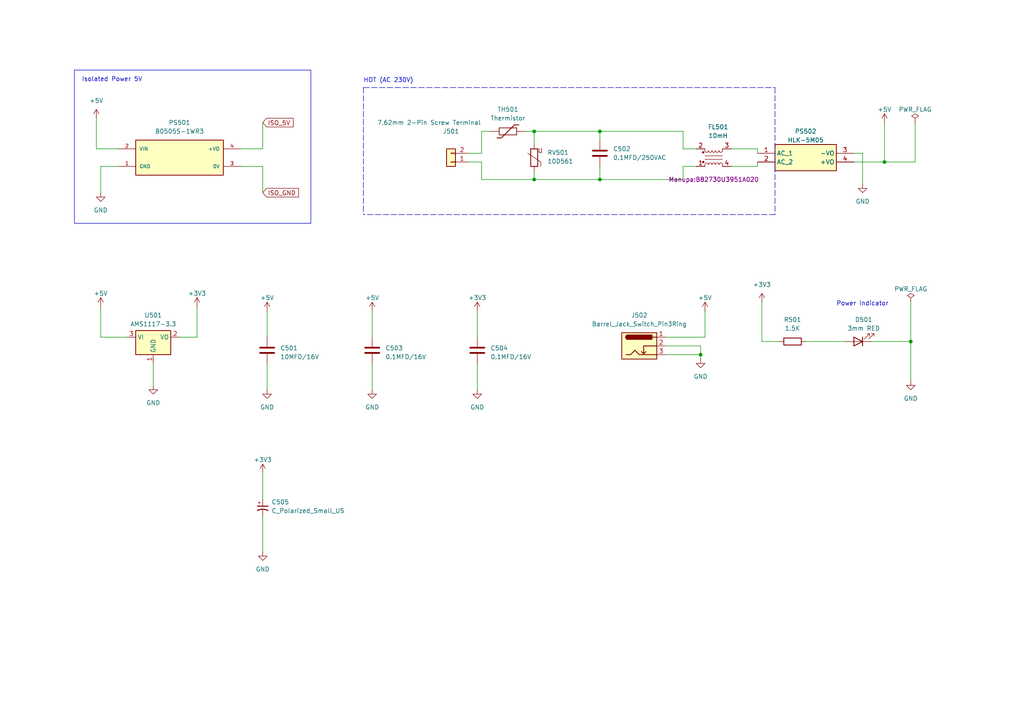
<source format=kicad_sch>
(kicad_sch (version 20231120) (generator "eeschema") (generator_version "8.0")
  (paper "A4")
  (lib_symbols
    (symbol "B0505S-1WR3:B0505S-1WR3" (pin_names (offset 1.016))
      (property "Reference" "PS" (at -12.7 6.35 0))
      (property "Value" "B0505S-1WR3" (at -12.7 -7.62 0))
      (symbol "B0505S-1WR3_0_0"
        (rectangle (start -12.7 -5.08) (end 12.7 5.08) (stroke (width 0.254)) (fill (type background)))
        (pin power_in line (at -17.78 -2.54 0) (length 5.08) (name "GND") (number "1"))
        (pin input line (at -17.78 2.54 0) (length 5.08) (name "VIN") (number "2"))
        (pin passive line (at 17.78 -2.54 180) (length 5.08) (name "0V") (number "3"))
        (pin output line (at 17.78 2.54 180) (length 5.08) (name "+VO") (number "4"))
      )
    )
    (symbol "Connector:Barrel_Jack_Switch_Pin3Ring" (pin_names hide)
      (property "Reference" "J" (at 0 5.334 0))
      (property "Value" "Barrel_Jack_Switch_Pin3Ring" (at 0 -5.08 0))
      (symbol "Barrel_Jack_Switch_Pin3Ring_0_1"
        (rectangle (start -5.08 3.81) (end 5.08 -3.81) (stroke (width 0.254)) (fill (type background)))
        (arc (start -3.302 3.175) (mid -3.9343 2.54) (end -3.302 1.905) (stroke (width 0.254)))
        (arc (start -3.302 3.175) (mid -3.9343 2.54) (end -3.302 1.905) (stroke (width 0.254)) (fill (type outline)))
        (polyline (pts (xy 1.27 -2.286) (xy 1.905 -1.651)) (stroke (width 0.254)))
        (polyline (pts (xy 5.08 2.54) (xy 3.81 2.54)) (stroke (width 0.254)))
        (polyline (pts (xy 5.08 0) (xy 1.27 0) (xy 1.27 -2.286) (xy 0.635 -1.651)) (stroke (width 0.254)))
        (polyline (pts (xy -3.81 -2.54) (xy -2.54 -2.54) (xy -1.27 -1.27) (xy 0 -2.54) (xy 2.54 -2.54) (xy 5.08 -2.54)) (stroke (width 0.254)))
        (rectangle (start 3.683 3.175) (end -3.302 1.905) (stroke (width 0.254)) (fill (type outline)))
      )
      (symbol "Barrel_Jack_Switch_Pin3Ring_1_1"
        (pin passive line (at 7.62 2.54 180) (length 2.54) (name "~") (number "1"))
        (pin passive line (at 7.62 0 180) (length 2.54) (name "~") (number "2"))
        (pin passive line (at 7.62 -2.54 180) (length 2.54) (name "~") (number "3"))
      )
    )
    (symbol "Connector_Generic:Conn_01x02" (pin_names (offset 1.016) hide)
      (property "Reference" "J" (at 0 2.54 0))
      (property "Value" "Conn_01x02" (at 0 -5.08 0))
      (symbol "Conn_01x02_1_1"
        (rectangle (start -1.27 -2.413) (end 0 -2.667) (stroke (width 0.1524)))
        (rectangle (start -1.27 0.127) (end 0 -0.127) (stroke (width 0.1524)))
        (rectangle (start -1.27 1.27) (end 1.27 -3.81) (stroke (width 0.254)) (fill (type background)))
        (pin passive line (at -5.08 0 0) (length 3.81) (name "Pin_1") (number "1"))
        (pin passive line (at -5.08 -2.54 0) (length 3.81) (name "Pin_2") (number "2"))
      )
    )
    (symbol "Device:C" (pin_numbers hide) (pin_names (offset 0.254))
      (property "Reference" "C" (at 0.635 2.54 0))
      (property "Value" "C" (at 0.635 -2.54 0))
      (symbol "C_0_1"
        (polyline (pts (xy -2.032 -0.762) (xy 2.032 -0.762)) (stroke (width 0.508)))
        (polyline (pts (xy -2.032 0.762) (xy 2.032 0.762)) (stroke (width 0.508)))
      )
      (symbol "C_1_1"
        (pin passive line (at 0 3.81 270) (length 2.794) (name "~") (number "1"))
        (pin passive line (at 0 -3.81 90) (length 2.794) (name "~") (number "2"))
      )
    )
    (symbol "Device:C_Polarized_Small_US" (pin_numbers hide) (pin_names (offset 0.254) hide)
      (property "Reference" "C" (at 0.254 1.778 0))
      (property "Value" "C_Polarized_Small_US" (at 0.254 -2.032 0))
      (symbol "C_Polarized_Small_US_0_1"
        (polyline (pts (xy -1.524 0.508) (xy 1.524 0.508)) (stroke (width 0.3048)))
        (polyline (pts (xy -1.27 1.524) (xy -0.762 1.524)))
        (polyline (pts (xy -1.016 1.27) (xy -1.016 1.778)))
        (arc (start 1.524 -0.762) (mid 0 -0.3734) (end -1.524 -0.762) (stroke (width 0.3048)))
      )
      (symbol "C_Polarized_Small_US_1_1"
        (pin passive line (at 0 2.54 270) (length 2.032) (name "~") (number "1"))
        (pin passive line (at 0 -2.54 90) (length 2.032) (name "~") (number "2"))
      )
    )
    (symbol "Device:Filter_EMI_LL_1423" (pin_names hide)
      (property "Reference" "FL" (at 0 4.445 0))
      (property "Value" "Filter_EMI_LL_1423" (at 0 -4.445 0))
      (symbol "Filter_EMI_LL_1423_0_1"
        (circle (center -3.048 -1.27) (radius 0.254) (fill (type outline)))
        (circle (center -3.048 1.524) (radius 0.254) (fill (type outline)))
        (arc (start -2.54 2.032) (mid -2.032 1.5262) (end -1.524 2.032))
        (arc (start -1.524 -2.032) (mid -2.032 -1.5262) (end -2.54 -2.032))
        (arc (start -1.524 2.032) (mid -1.016 1.5262) (end -0.508 2.032))
        (arc (start -0.508 -2.032) (mid -1.016 -1.5262) (end -1.524 -2.032))
        (arc (start -0.508 2.032) (mid 0 1.5262) (end 0.508 2.032))
        (polyline (pts (xy -2.54 -2.032) (xy -2.54 -2.54)))
        (polyline (pts (xy -2.54 0.508) (xy 2.54 0.508)))
        (polyline (pts (xy -2.54 2.032) (xy -2.54 2.54)))
        (polyline (pts (xy 2.54 -2.032) (xy 2.54 -2.54)))
        (polyline (pts (xy 2.54 -0.508) (xy -2.54 -0.508)))
        (polyline (pts (xy 2.54 2.54) (xy 2.54 2.032)))
        (arc (start 0.508 -2.032) (mid 0 -1.5262) (end -0.508 -2.032))
        (arc (start 0.508 2.032) (mid 1.016 1.5262) (end 1.524 2.032))
        (arc (start 1.524 -2.032) (mid 1.016 -1.5262) (end 0.508 -2.032))
        (arc (start 1.524 2.032) (mid 2.032 1.5262) (end 2.54 2.032))
        (arc (start 2.54 -2.032) (mid 2.032 -1.5262) (end 1.524 -2.032))
      )
      (symbol "Filter_EMI_LL_1423_1_1"
        (pin passive line (at -5.08 -2.54 0) (length 2.54) (name "1") (number "1"))
        (pin passive line (at -5.08 2.54 0) (length 2.54) (name "2") (number "2"))
        (pin passive line (at 5.08 2.54 180) (length 2.54) (name "3") (number "3"))
        (pin passive line (at 5.08 -2.54 180) (length 2.54) (name "4") (number "4"))
      )
    )
    (symbol "Device:LED" (pin_numbers hide) (pin_names (offset 1.016) hide)
      (property "Reference" "D" (at 0 2.54 0))
      (property "Value" "LED" (at 0 -2.54 0))
      (symbol "LED_0_1"
        (polyline (pts (xy -1.27 -1.27) (xy -1.27 1.27)) (stroke (width 0.254)))
        (polyline (pts (xy -1.27 0) (xy 1.27 0)))
        (polyline (pts (xy 1.27 -1.27) (xy 1.27 1.27) (xy -1.27 0) (xy 1.27 -1.27)) (stroke (width 0.254)))
        (polyline (pts (xy -3.048 -0.762) (xy -4.572 -2.286) (xy -3.81 -2.286) (xy -4.572 -2.286) (xy -4.572 -1.524)))
        (polyline (pts (xy -1.778 -0.762) (xy -3.302 -2.286) (xy -2.54 -2.286) (xy -3.302 -2.286) (xy -3.302 -1.524)))
      )
      (symbol "LED_1_1"
        (pin passive line (at -3.81 0 0) (length 2.54) (name "K") (number "1"))
        (pin passive line (at 3.81 0 180) (length 2.54) (name "A") (number "2"))
      )
    )
    (symbol "Device:R" (pin_numbers hide) (pin_names (offset 0))
      (property "Reference" "R" (at 2.032 0 90))
      (property "Value" "R" (at 0 0 90))
      (symbol "R_0_1"
        (rectangle (start -1.016 -2.54) (end 1.016 2.54) (stroke (width 0.254)))
      )
      (symbol "R_1_1"
        (pin passive line (at 0 3.81 270) (length 1.27) (name "~") (number "1"))
        (pin passive line (at 0 -3.81 90) (length 1.27) (name "~") (number "2"))
      )
    )
    (symbol "Device:Thermistor" (pin_numbers hide) (pin_names (offset 0))
      (property "Reference" "TH" (at 2.54 1.27 90))
      (property "Value" "Thermistor" (at -2.54 0 90))
      (symbol "Thermistor_0_1"
        (rectangle (start -1.016 2.54) (end 1.016 -2.54) (stroke (width 0.2032)))
        (polyline (pts (xy -1.905 3.175) (xy -1.905 1.905) (xy 1.905 -1.905) (xy 1.905 -3.175) (xy 1.905 -3.175)) (stroke (width 0.254)))
      )
      (symbol "Thermistor_1_1"
        (pin passive line (at 0 5.08 270) (length 2.54) (name "~") (number "1"))
        (pin passive line (at 0 -5.08 90) (length 2.54) (name "~") (number "2"))
      )
    )
    (symbol "Device:Varistor" (pin_numbers hide) (pin_names (offset 0))
      (property "Reference" "RV" (at 3.175 0 90))
      (property "Value" "Varistor" (at -3.175 0 90))
      (symbol "Varistor_0_0"
        (text "U" (at -1.778 -2.032 0) (effects (font (size 1.27 1.27))))
      )
      (symbol "Varistor_0_1"
        (rectangle (start -1.016 -2.54) (end 1.016 2.54) (stroke (width 0.254)))
        (polyline (pts (xy -1.905 2.54) (xy -1.905 1.27) (xy 1.905 -1.27)))
      )
      (symbol "Varistor_1_1"
        (pin passive line (at 0 3.81 270) (length 1.27) (name "~") (number "1"))
        (pin passive line (at 0 -3.81 90) (length 1.27) (name "~") (number "2"))
      )
    )
    (symbol "Regulator_Linear:AMS1117-3.3"
      (property "Reference" "U" (at -3.81 3.175 0))
      (property "Value" "AMS1117-3.3" (at 0 3.175 0))
      (symbol "AMS1117-3.3_0_1"
        (rectangle (start -5.08 -5.08) (end 5.08 1.905) (stroke (width 0.254)) (fill (type background)))
      )
      (symbol "AMS1117-3.3_1_1"
        (pin power_in line (at 0 -7.62 90) (length 2.54) (name "GND") (number "1"))
        (pin power_out line (at 7.62 0 180) (length 2.54) (name "VO") (number "2"))
        (pin power_in line (at -7.62 0 0) (length 2.54) (name "VI") (number "3"))
      )
    )
    (symbol "SamacSys_Parts:HLK-5M05"
      (property "Reference" "PS" (at 24.13 7.62 0))
      (property "Value" "HLK-5M05" (at 24.13 5.08 0))
      (symbol "HLK-5M05_1_1"
        (rectangle (start 5.08 2.54) (end 22.86 -5.08) (stroke (width 0.254)) (fill (type background)))
        (pin passive line (at 0 0 0) (length 5.08) (name "AC_1") (number "1"))
        (pin passive line (at 0 -2.54 0) (length 5.08) (name "AC_2") (number "2"))
        (pin passive line (at 27.94 0 180) (length 5.08) (name "-VO") (number "3"))
        (pin passive line (at 27.94 -2.54 180) (length 5.08) (name "+VO") (number "4"))
      )
    )
    (symbol "power:+3V3" (power) (pin_names (offset 0))
      (property "Value" "+3V3" (at 0 3.556 0))
      (symbol "+3V3_0_1"
        (polyline (pts (xy -0.762 1.27) (xy 0 2.54)))
        (polyline (pts (xy 0 0) (xy 0 2.54)))
        (polyline (pts (xy 0 2.54) (xy 0.762 1.27)))
      )
      (symbol "+3V3_1_1"
        (pin power_in line (at 0 0 90) (length 0) hide (name "+3V3") (number "1"))
      )
    )
    (symbol "power:+5V" (power) (pin_numbers hide) (pin_names (offset 0) hide)
      (property "Value" "+5V" (at 0 3.556 0))
      (symbol "+5V_0_1"
        (polyline (pts (xy -0.762 1.27) (xy 0 2.54)))
        (polyline (pts (xy 0 0) (xy 0 2.54)))
        (polyline (pts (xy 0 2.54) (xy 0.762 1.27)))
      )
      (symbol "+5V_1_1"
        (pin power_in line (at 0 0 90) (length 0) (name "~") (number "1"))
      )
    )
    (symbol "power:GND" (power) (pin_numbers hide) (pin_names (offset 0) hide)
      (property "Value" "GND" (at 0 -3.81 0))
      (symbol "GND_0_1"
        (polyline (pts (xy 0 0) (xy 0 -1.27) (xy 1.27 -1.27) (xy 0 -2.54) (xy -1.27 -1.27) (xy 0 -1.27)))
      )
      (symbol "GND_1_1"
        (pin power_in line (at 0 0 270) (length 0) (name "~") (number "1"))
      )
    )
    (symbol "power:PWR_FLAG" (power) (pin_numbers hide) (pin_names (offset 0) hide)
      (property "Value" "PWR_FLAG" (at 0 3.81 0))
      (symbol "PWR_FLAG_0_0"
        (pin power_out line (at 0 0 90) (length 0) (name "pwr") (number "1"))
      )
      (symbol "PWR_FLAG_0_1"
        (polyline (pts (xy 0 0) (xy 0 1.27) (xy -1.016 1.905) (xy 0 2.54) (xy 1.016 1.905) (xy 0 1.27)))
      )
    )
  )
  (junction (at 173.99 38.1))
  (junction (at 203.2 102.87))
  (junction (at 173.99 52.07))
  (junction (at 256.54 46.99))
  (junction (at 154.94 52.07))
  (junction (at 264.16 99.06))
  (junction (at 154.94 38.1))
  (wire (pts (xy 247.65 46.99) (xy 256.54 46.99)))
  (polyline (pts (xy 224.79 25.4) (xy 224.79 62.23)) (stroke (width 0) (type dash)))
  (wire (pts (xy 252.73 99.06) (xy 264.16 99.06)))
  (wire (pts (xy 173.99 52.07) (xy 173.99 48.26)))
  (polyline (pts (xy 105.41 25.4) (xy 224.79 25.4)) (stroke (width 0) (type dash)))
  (wire (pts (xy 173.99 38.1) (xy 198.12 38.1)))
  (wire (pts (xy 212.09 43.18) (xy 219.71 43.18)))
  (wire (pts (xy 27.94 43.18) (xy 34.29 43.18)))
  (wire (pts (xy 29.21 88.9) (xy 29.21 97.79)))
  (wire (pts (xy 233.68 99.06) (xy 245.11 99.06)))
  (wire (pts (xy 193.04 100.33) (xy 203.2 100.33)))
  (polyline (pts (xy 224.79 62.23) (xy 105.41 62.23)) (stroke (width 0) (type dash)))
  (wire (pts (xy 139.7 38.1) (xy 142.24 38.1)))
  (wire (pts (xy 107.95 90.17) (xy 107.95 97.79)))
  (wire (pts (xy 198.12 43.18) (xy 201.93 43.18)))
  (wire (pts (xy 250.19 44.45) (xy 247.65 44.45)))
  (wire (pts (xy 154.94 41.91) (xy 154.94 38.1)))
  (wire (pts (xy 204.47 90.17) (xy 204.47 97.79)))
  (wire (pts (xy 27.94 34.29) (xy 27.94 43.18)))
  (wire (pts (xy 135.89 46.99) (xy 139.7 46.99)))
  (wire (pts (xy 139.7 44.45) (xy 139.7 38.1)))
  (wire (pts (xy 154.94 52.07) (xy 154.94 49.53)))
  (wire (pts (xy 173.99 52.07) (xy 198.12 52.07)))
  (wire (pts (xy 57.15 88.9) (xy 57.15 97.79)))
  (wire (pts (xy 203.2 100.33) (xy 203.2 102.87)))
  (wire (pts (xy 198.12 52.07) (xy 198.12 48.26)))
  (wire (pts (xy 138.43 105.41) (xy 138.43 113.03)))
  (wire (pts (xy 77.47 105.41) (xy 77.47 113.03)))
  (wire (pts (xy 265.43 35.56) (xy 265.43 46.99)))
  (wire (pts (xy 264.16 99.06) (xy 264.16 110.49)))
  (wire (pts (xy 250.19 44.45) (xy 250.19 53.34)))
  (wire (pts (xy 44.45 105.41) (xy 44.45 111.76)))
  (wire (pts (xy 152.4 38.1) (xy 154.94 38.1)))
  (wire (pts (xy 198.12 43.18) (xy 198.12 38.1)))
  (wire (pts (xy 69.85 43.18) (xy 76.2 43.18)))
  (wire (pts (xy 198.12 48.26) (xy 201.93 48.26)))
  (wire (pts (xy 204.47 97.79) (xy 193.04 97.79)))
  (wire (pts (xy 154.94 52.07) (xy 173.99 52.07)))
  (wire (pts (xy 220.98 87.63) (xy 220.98 99.06)))
  (polyline (pts (xy 105.41 25.4) (xy 105.41 62.23)) (stroke (width 0) (type dash)))
  (wire (pts (xy 76.2 137.16) (xy 76.2 144.78)))
  (wire (pts (xy 139.7 52.07) (xy 154.94 52.07)))
  (wire (pts (xy 256.54 35.56) (xy 256.54 46.99)))
  (wire (pts (xy 76.2 149.86) (xy 76.2 160.02)))
  (wire (pts (xy 29.21 48.26) (xy 29.21 55.88)))
  (wire (pts (xy 203.2 102.87) (xy 203.2 104.14)))
  (wire (pts (xy 154.94 38.1) (xy 173.99 38.1)))
  (wire (pts (xy 77.47 90.17) (xy 77.47 97.79)))
  (wire (pts (xy 34.29 48.26) (xy 29.21 48.26)))
  (wire (pts (xy 138.43 90.17) (xy 138.43 97.79)))
  (wire (pts (xy 135.89 44.45) (xy 139.7 44.45)))
  (wire (pts (xy 219.71 48.26) (xy 219.71 46.99)))
  (wire (pts (xy 69.85 48.26) (xy 76.2 48.26)))
  (wire (pts (xy 264.16 87.63) (xy 264.16 99.06)))
  (wire (pts (xy 139.7 46.99) (xy 139.7 52.07)))
  (wire (pts (xy 107.95 105.41) (xy 107.95 113.03)))
  (wire (pts (xy 173.99 40.64) (xy 173.99 38.1)))
  (wire (pts (xy 36.83 97.79) (xy 29.21 97.79)))
  (wire (pts (xy 212.09 48.26) (xy 219.71 48.26)))
  (wire (pts (xy 256.54 46.99) (xy 265.43 46.99)))
  (wire (pts (xy 193.04 102.87) (xy 203.2 102.87)))
  (wire (pts (xy 76.2 48.26) (xy 76.2 55.88)))
  (wire (pts (xy 76.2 43.18) (xy 76.2 35.56)))
  (wire (pts (xy 52.07 97.79) (xy 57.15 97.79)))
  (wire (pts (xy 219.71 43.18) (xy 219.71 44.45)))
  (wire (pts (xy 226.06 99.06) (xy 220.98 99.06)))
  (rectangle (start 21.59 20.32) (end 90.17 64.77))
  (text "Isolated Power 5V\n" (at 32.512 23.114 0) (effects (font (size 1.27 1.27))))
  (text "Power Indicator" (at 242.57 88.9 0) (effects (font (size 1.27 1.27)) (justify left bottom)))
  (text "HOT (AC 230V)" (at 105.41 24.13 0) (effects (font (size 1.27 1.27)) (justify left bottom)))
  (global_label "ISO_5V" (shape input) (at 76.2 35.56 0) (property "Intersheetrefs" "${INTERSHEET_REFS}" (effects (hide yes))))
  (global_label "ISO_GND" (shape input) (at 76.2 55.88 0) (property "Intersheetrefs" "${INTERSHEET_REFS}" (effects (hide yes))))
  (symbol (lib_id "power:+5V") (at 29.21 88.9 0) (unit 1)
    (property "Reference" "#PWR0503" (effects (hide yes)))
    (property "Value" "+5V" (at 29.21 85.09 0))
  )
  (symbol (lib_id "Device:C") (at 138.43 101.6 0) (unit 1)
    (property "Reference" "C504" (at 142.24 100.965 0) (effects (justify left)))
    (property "Value" "0.1MFD/16V" (at 142.24 103.505 0) (effects (justify left)))
    (property "Footprint" "Capacitor_SMD:C_0805_2012Metric_Pad1.18x1.45mm_HandSolder" (effects (hide yes)))
  )
  (symbol (lib_id "SamacSys_Parts:HLK-5M05") (at 219.71 44.45 0) (unit 1)
    (property "Reference" "PS502" (at 233.68 38.1 0))
    (property "Value" "HLK-5M05" (at 233.68 40.64 0))
    (property "Footprint" "Converter_ACDC:Converter_ACDC_Hi-Link_HLK-5Mxx" (effects (hide yes)))
    (property "Datasheet" "http://www.hlktech.net/product_detail.php?ProId=60" (effects (hide yes)))
    (property "Height" "18" (effects (hide yes)))
    (property "Manufacturer_Name" "Hi-Link" (effects (hide yes)))
    (property "Manufacturer_Part_Number" "HLK-5M05" (effects (hide yes)))
  )
  (symbol (lib_id "Device:R") (at 229.87 99.06 90) (unit 1)
    (property "Reference" "R501" (at 229.87 92.71 90))
    (property "Value" "1.5K" (at 229.87 95.25 90))
    (property "Footprint" "Resistor_SMD:R_0402_1005Metric_Pad0.72x0.64mm_HandSolder" (effects (hide yes)))
  )
  (symbol (lib_id "power:GND") (at 29.21 55.88 0) (unit 1)
    (property "Reference" "#PWR0502" (effects (hide yes)))
    (property "Value" "GND" (at 29.21 60.96 0))
    (property "Description" "Power symbol creates a global label with name \"GND\" , ground" (effects (hide yes)))
  )
  (symbol (lib_id "Device:C") (at 107.95 101.6 0) (unit 1)
    (property "Reference" "C503" (at 111.76 100.965 0) (effects (justify left)))
    (property "Value" "0.1MFD/16V" (at 111.76 103.505 0) (effects (justify left)))
    (property "Footprint" "Capacitor_SMD:C_0603_1608Metric_Pad1.08x0.95mm_HandSolder" (effects (hide yes)))
  )
  (symbol (lib_id "power:GND") (at 250.19 53.34 0) (unit 1)
    (property "Reference" "#PWR0507" (effects (hide yes)))
    (property "Value" "GND" (at 250.19 58.42 0))
  )
  (symbol (lib_id "power:GND") (at 138.43 113.03 0) (unit 1)
    (property "Reference" "#PWR0515" (effects (hide yes)))
    (property "Value" "GND" (at 138.43 118.11 0))
  )
  (symbol (lib_id "Device:Filter_EMI_LL_1423") (at 207.01 45.72 0) (unit 1)
    (property "Reference" "FL501" (at 208.28 36.83 0))
    (property "Value" "10mH" (at 208.28 39.37 0))
    (property "Footprint" "Manupa:B82730U3951A020" (at 207.01 52.07 0))
  )
  (symbol (lib_id "Device:LED") (at 248.92 99.06 180) (unit 1)
    (property "Reference" "D501" (at 250.5075 92.71 0))
    (property "Value" "3mm RED" (at 250.5075 95.25 0))
    (property "Footprint" "LED_THT:LED_D3.0mm" (effects (hide yes)))
  )
  (symbol (lib_id "power:GND") (at 107.95 113.03 0) (unit 1)
    (property "Reference" "#PWR0513" (effects (hide yes)))
    (property "Value" "GND" (at 107.95 118.11 0))
  )
  (symbol (lib_id "Regulator_Linear:AMS1117-3.3") (at 44.45 97.79 0) (unit 1)
    (property "Reference" "U501" (at 44.45 91.44 0))
    (property "Value" "AMS1117-3.3" (at 44.45 93.98 0))
    (property "Footprint" "Package_TO_SOT_SMD:SOT-223-3_TabPin2" (effects (hide yes)))
    (property "Datasheet" "http://www.advanced-monolithic.com/pdf/ds1117.pdf" (effects (hide yes)))
  )
  (symbol (lib_id "Device:Thermistor") (at 147.32 38.1 90) (unit 1)
    (property "Reference" "TH501" (at 147.32 31.75 90))
    (property "Value" "Thermistor" (at 147.32 34.29 90))
    (property "Footprint" "footprints:B57236S0250M000" (effects (hide yes)))
  )
  (symbol (lib_id "power:GND") (at 44.45 111.76 0) (unit 1)
    (property "Reference" "#PWR0504" (effects (hide yes)))
    (property "Value" "GND" (at 44.45 116.84 0))
  )
  (symbol (lib_id "power:+3V3") (at 76.2 137.16 0) (unit 1)
    (property "Reference" "#PWR0518" (effects (hide yes)))
    (property "Value" "+3V3" (at 76.2 133.35 0))
  )
  (symbol (lib_id "power:+3V3") (at 220.98 87.63 0) (unit 1)
    (property "Reference" "#PWR0516" (effects (hide yes)))
    (property "Value" "+3V3" (at 220.98 82.55 0))
  )
  (symbol (lib_id "B0505S-1WR3:B0505S-1WR3") (at 52.07 45.72 0) (unit 1)
    (property "Reference" "PS501" (at 52.07 35.56 0))
    (property "Value" "B0505S-1WR3" (at 52.07 38.1 0))
    (property "Footprint" "B0505S-1WR3:CONV_B0505S-1WR3" (effects (hide yes)))
    (property "MF" "MORNSUN" (effects (hide yes)))
    (property "MAXIMUM_PACKAGE_HEIGHT" "10.41 mm" (effects (hide yes)))
    (property "Package" "SIP-4-4 MORNSUN" (effects (hide yes)))
    (property "Price" "None" (effects (hide yes)))
    (property "Check_prices" "https://www.snapeda.com/parts/B0505S-1WR3/MORNSUN/view-part/?ref=eda" (effects (hide yes)))
    (property "STANDARD" "Manufacturer Recommendations" (effects (hide yes)))
    (property "PARTREV" "2018.06.29-A/2" (effects (hide yes)))
    (property "SnapEDA_Link" "https://www.snapeda.com/parts/B0505S-1WR3/MORNSUN/view-part/?ref=snap" (effects (hide yes)))
    (property "MP" "B0505S-1WR3" (effects (hide yes)))
    (property "Description_1" "\nIsolated Module DC DC Converter 1 Output 5V - - - 200mA 4.5V - 5.5V Input\n" (effects (hide yes)))
    (property "Availability" "In Stock" (effects (hide yes)))
    (property "MANUFACTURER" "Mornsun" (effects (hide yes)))
  )
  (symbol (lib_id "power:GND") (at 203.2 104.14 0) (unit 1)
    (property "Reference" "#PWR0509" (effects (hide yes)))
    (property "Value" "GND" (at 203.2 109.22 0))
  )
  (symbol (lib_id "Device:Varistor") (at 154.94 45.72 180) (unit 1)
    (property "Reference" "RV501" (at 158.75 44.2567 0) (effects (justify right)))
    (property "Value" "10D561" (at 158.75 46.7967 0) (effects (justify right)))
    (property "Footprint" "Varistor:RV_Disc_D12mm_W5.1mm_P7.5mm" (effects (hide yes)))
    (property "Sim.Name" "kicad_builtin_varistor" (effects (hide yes)))
    (property "Sim.Device" "SUBCKT" (effects (hide yes)))
    (property "Sim.Pins" "1=A 2=B" (effects (hide yes)))
    (property "Sim.Params" "threshold=1k" (effects (hide yes)))
    (property "Sim.Library" "${KICAD7_SYMBOL_DIR}/Simulation_SPICE.sp" (effects (hide yes)))
  )
  (symbol (lib_id "Device:C") (at 77.47 101.6 0) (unit 1)
    (property "Reference" "C501" (at 81.28 100.965 0) (effects (justify left)))
    (property "Value" "10MFD/16V" (at 81.28 103.505 0) (effects (justify left)))
    (property "Footprint" "Capacitor_SMD:C_0805_2012Metric_Pad1.18x1.45mm_HandSolder" (effects (hide yes)))
  )
  (symbol (lib_id "Device:C_Polarized_Small_US") (at 76.2 147.32 0) (unit 1)
    (property "Reference" "C505" (at 78.74 145.6181 0) (effects (justify left)))
    (property "Value" "C_Polarized_Small_US" (at 78.74 148.1581 0) (effects (justify left)))
    (property "Footprint" "Capacitor_THT:CP_Radial_D6.3mm_P2.50mm" (effects (hide yes)))
    (property "Description" "Polarized capacitor, small US symbol" (effects (hide yes)))
  )
  (symbol (lib_id "power:+5V") (at 256.54 35.56 0) (unit 1)
    (property "Reference" "#PWR0508" (effects (hide yes)))
    (property "Value" "+5V" (at 256.54 31.75 0))
  )
  (symbol (lib_id "power:+5V") (at 27.94 34.29 0) (unit 1)
    (property "Reference" "#PWR0501" (effects (hide yes)))
    (property "Value" "+5V" (at 27.94 29.21 0))
    (property "Description" "Power symbol creates a global label with name \"+5V\"" (effects (hide yes)))
  )
  (symbol (lib_id "Connector:Barrel_Jack_Switch_Pin3Ring") (at 185.42 100.33 0) (unit 1)
    (property "Reference" "J502" (at 185.42 91.44 0))
    (property "Value" "Barrel_Jack_Switch_Pin3Ring" (at 185.42 93.98 0))
    (property "Footprint" "Connector_BarrelJack:BarrelJack_Horizontal" (effects (hide yes)))
    (property "Description" "DC Barrel Jack with an internal switch" (effects (hide yes)))
  )
  (symbol (lib_id "power:PWR_FLAG") (at 265.43 35.56 0) (mirror y) (unit 1)
    (property "Reference" "#FLG0501" (effects (hide yes)))
    (property "Value" "PWR_FLAG" (at 265.43 31.75 0))
  )
  (symbol (lib_id "power:+5V") (at 204.47 90.17 0) (unit 1)
    (property "Reference" "#PWR0510" (effects (hide yes)))
    (property "Value" "+5V" (at 204.47 86.36 0))
  )
  (symbol (lib_id "power:+3V3") (at 57.15 88.9 0) (unit 1)
    (property "Reference" "#PWR0505" (effects (hide yes)))
    (property "Value" "+3V3" (at 57.15 85.09 0))
  )
  (symbol (lib_id "power:+5V") (at 77.47 90.17 0) (unit 1)
    (property "Reference" "#PWR0506" (effects (hide yes)))
    (property "Value" "+5V" (at 77.47 86.36 0))
  )
  (symbol (lib_id "power:PWR_FLAG") (at 264.16 87.63 0) (mirror y) (unit 1)
    (property "Reference" "#FLG0502" (effects (hide yes)))
    (property "Value" "PWR_FLAG" (at 264.16 83.82 0))
  )
  (symbol (lib_id "power:GND") (at 76.2 160.02 0) (unit 1)
    (property "Reference" "#PWR0519" (effects (hide yes)))
    (property "Value" "GND" (at 76.2 165.1 0))
  )
  (symbol (lib_id "power:GND") (at 264.16 110.49 0) (unit 1)
    (property "Reference" "#PWR0517" (effects (hide yes)))
    (property "Value" "GND" (at 264.16 115.57 0))
  )
  (symbol (lib_id "power:+5V") (at 107.95 90.17 0) (unit 1)
    (property "Reference" "#PWR0512" (effects (hide yes)))
    (property "Value" "+5V" (at 107.95 86.36 0))
  )
  (symbol (lib_id "Device:C") (at 173.99 44.45 0) (unit 1)
    (property "Reference" "C502" (at 177.8 43.18 0) (effects (justify left)))
    (property "Value" "0.1MFD/250VAC" (at 177.8 45.72 0) (effects (justify left)))
    (property "Footprint" "Capacitor_THT:C_Rect_L11.5mm_W5.0mm_P10.00mm_MKT" (effects (hide yes)))
  )
  (symbol (lib_id "power:GND") (at 77.47 113.03 0) (unit 1)
    (property "Reference" "#PWR0511" (effects (hide yes)))
    (property "Value" "GND" (at 77.47 118.11 0))
  )
  (symbol (lib_id "Connector_Generic:Conn_01x02") (at 130.81 46.99 180) (unit 1)
    (property "Reference" "J501" (at 130.81 38.1 0))
    (property "Value" "7.62mm 2-Pin Screw Terminal" (at 124.46 35.56 0))
    (property "Footprint" "footprints:P=7.62mm Barrier Terminal Blocks azend" (effects (hide yes)))
  )
  (symbol (lib_id "power:+3V3") (at 138.43 90.17 0) (unit 1)
    (property "Reference" "#PWR0514" (effects (hide yes)))
    (property "Value" "+3V3" (at 138.43 86.36 0))
  )
)
</source>
